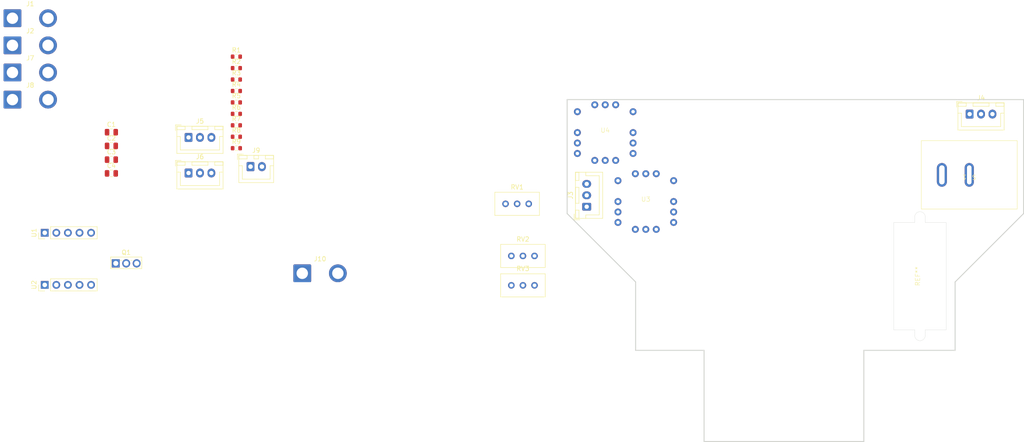
<source format=kicad_pcb>
(kicad_pcb (version 20221018) (generator pcbnew)
  (layers (0 "F.Cu" signal) (31 "B.Cu" signal) (34 "B.Paste" user) (35 "F.Paste" user) (36 "B.SilkS" user "B.Silkscreen") (37 "F.SilkS" user "F.Silkscreen") (38 "B.Mask" user) (39 "F.Mask" user) (44 "Edge.Cuts" user))
  (net 0 "")
  (net 1 "+5V")
  (net 2 "GND")
  (net 3 "+3V3")
  (net 4 "Net-(J1-Pin_1)")
  (net 5 "Net-(J3-Pin_2)")
  (net 6 "Net-(J5-Pin_2)")
  (net 7 "Net-(J9-Pin_1)")
  (net 8 "Net-(Q1-G)")
  (net 9 "Net-(Q1-S)")
  (net 10 "Net-(U3-Trim)")
  (net 11 "Net-(R1-Pad2)")
  (net 12 "Net-(R2-Pad2)")
  (net 13 "Net-(U4-Trim)")
  (net 14 "Motor_SIG")
  (net 15 "Net-(R5-Pad2)")
  (net 16 "Net-(U5-IN)")
  (net 17 "Net-(U1-Trim)")
  (net 18 "Net-(U2-Trim)")
  (net 20 "VDD")
  (footprint "Resistor_SMD:R_0603_1608Metric" (layer "F.Cu") (at 79.455 29.285)
    (fp_text reference "R2" (at 0 -1.43) (layer "F.SilkS"))
    (fp_text value "330")
    (fp_line (start -0.237258 -0.5225) (end 0.237258 -0.5225) (stroke (width 0.12)) (layer "F.SilkS"))
    (fp_line (start -0.237258 0.5225) (end 0.237258 0.5225) (stroke (width 0.12)) (layer "F.SilkS"))
    (pad "1" smd roundrect (at -0.825 0) (size 0.8 0.95) (layers "F.Cu" "F.Paste" "F.Mask") (net 11 "Net-(R1-Pad2)"))
    (pad "2" smd roundrect (at 0.825 0) (size 0.8 0.95) (layers "F.Cu" "F.Paste" "F.Mask") (net 12 "Net-(R2-Pad2)"))
  )
  (footprint "Potentiometer_THT:Potentiometer_Bourns_3296W_Vertical" (layer "F.Cu") (at 144.78 70.485)
    (fp_text reference "RV2" (at -2.54 -3.66) (layer "F.SilkS"))
    (fp_text value "R_Trim")
    (fp_line (start -7.425 -2.53) (end -7.425 2.54) (stroke (width 0.12)) (layer "F.SilkS"))
    (fp_line (start -7.425 -2.53) (end 2.345 -2.53) (stroke (width 0.12)) (layer "F.SilkS"))
    (fp_line (start -7.425 2.54) (end 2.345 2.54) (stroke (width 0.12)) (layer "F.SilkS"))
    (fp_line (start 2.345 -2.53) (end 2.345 2.54) (stroke (width 0.12)) (layer "F.SilkS"))
    (pad "1" thru_hole circle (at 0 0) (size 1.44 1.44) (drill 0.8) (layers "*.Cu" "*.Mask") (net 18 "Net-(U2-Trim)"))
    (pad "2" thru_hole circle (at -2.54 0) (size 1.44 1.44) (drill 0.8) (layers "*.Cu" "*.Mask") (net 18 "Net-(U2-Trim)"))
    (pad "3" thru_hole circle (at -5.08 0) (size 1.44 1.44) (drill 0.8) (layers "*.Cu" "*.Mask") (net 2 "GND"))
  )
  (footprint "Connector_Wire:SolderWire-2sqmm_1x02_P7.8mm_D2mm_OD3.9mm" (layer "F.Cu") (at 30.39 24.295)
    (fp_text reference "J2" (at 3.9 -3.15) (layer "F.SilkS"))
    (fp_text value "VOLTMETER")
    (pad "1" thru_hole roundrect (at 0 0) (size 3.9 3.9) (drill 2.5) (layers "*.Cu" "*.Mask") (roundrect_rratio 0.064103) (net 20 "VDD"))
    (pad "2" thru_hole circle (at 7.8 0) (size 3.9 3.9) (drill 2.5) (layers "*.Cu" "*.Mask") (net 2 "GND"))
  )
  (footprint "Resistor_SMD:R_0603_1608Metric" (layer "F.Cu") (at 79.455 44.345)
    (fp_text reference "R8" (at 0 -1.43) (layer "F.SilkS"))
    (fp_text value "1.2k")
    (fp_line (start -0.237258 -0.5225) (end 0.237258 -0.5225) (stroke (width 0.12)) (layer "F.SilkS"))
    (fp_line (start -0.237258 0.5225) (end 0.237258 0.5225) (stroke (width 0.12)) (layer "F.SilkS"))
    (pad "1" smd roundrect (at -0.825 0) (size 0.8 0.95) (layers "F.Cu" "F.Paste" "F.Mask") (net 3 "+3V3"))
    (pad "2" smd roundrect (at 0.825 0) (size 0.8 0.95) (layers "F.Cu" "F.Paste" "F.Mask") (net 2 "GND"))
  )
  (footprint "Connector_JST:JST_XH_B3B-XH-A_1x03_P2.50mm_Vertical" (layer "F.Cu") (at 68.975 52.295)
    (fp_text reference "J6" (at 2.5 -3.55) (layer "F.SilkS"))
    (fp_text value "STS3032")
    (fp_line (start -2.85 -2.75) (end -2.85 -1.5) (stroke (width 0.12)) (layer "F.SilkS"))
    (fp_line (start -2.56 -2.46) (end -2.56 3.51) (stroke (width 0.12)) (layer "F.SilkS"))
    (fp_line (start -2.56 3.51) (end 7.56 3.51) (stroke (width 0.12)) (layer "F.SilkS"))
    (fp_line (start -2.55 -2.45) (end -2.55 -1.7) (stroke (width 0.12)) (layer "F.SilkS"))
    (fp_line (start -2.55 -1.7) (end -0.75 -1.7) (stroke (width 0.12)) (layer "F.SilkS"))
    (fp_line (start -2.55 -0.2) (end -1.8 -0.2) (stroke (width 0.12)) (layer "F.SilkS"))
    (fp_line (start -1.8 -0.2) (end -1.8 2.75) (stroke (width 0.12)) (layer "F.SilkS"))
    (fp_line (start -1.8 2.75) (end 2.5 2.75) (stroke (width 0.12)) (layer "F.SilkS"))
    (fp_line (start -1.6 -2.75) (end -2.85 -2.75) (stroke (width 0.12)) (layer "F.SilkS"))
    (fp_line (start -0.75 -2.45) (end -2.55 -2.45) (stroke (width 0.12)) (layer "F.SilkS"))
    (fp_line (start -0.75 -1.7) (end -0.75 -2.45) (stroke (width 0.12)) (layer "F.SilkS"))
    (fp_line (start 0.75 -2.45) (end 0.75 -1.7) (stroke (width 0.12)) (layer "F.SilkS"))
    (fp_line (start 0.75 -1.7) (end 4.25 -1.7) (stroke (width 0.12)) (layer "F.SilkS"))
    (fp_line (start 4.25 -2.45) (end 0.75 -2.45) (stroke (width 0.12)) (layer "F.SilkS"))
    (fp_line (start 4.25 -1.7) (end 4.25 -2.45) (stroke (width 0.12)) (layer "F.SilkS"))
    (fp_line (start 5.75 -2.45) (end 5.75 -1.7) (stroke (width 0.12)) (layer "F.SilkS"))
    (fp_line (start 5.75 -1.7) (end 7.55 -1.7) (stroke (width 0.12)) (layer "F.SilkS"))
    (fp_line (start 6.8 -0.2) (end 6.8 2.75) (stroke (width 0.12)) (layer "F.SilkS"))
    (fp_line (start 6.8 2.75) (end 2.5 2.75) (stroke (width 0.12)) (layer "F.SilkS"))
    (fp_line (start 7.55 -2.45) (end 5.75 -2.45) (stroke (width 0.12)) (layer "F.SilkS"))
    (fp_line (start 7.55 -1.7) (end 7.55 -2.45) (stroke (width 0.12)) (layer "F.SilkS"))
    (fp_line (start 7.55 -0.2) (end 6.8 -0.2) (stroke (width 0.12)) (layer "F.SilkS"))
    (fp_line (start 7.56 -2.46) (end -2.56 -2.46) (stroke (width 0.12)) (layer "F.SilkS"))
    (fp_line (start 7.56 3.51) (end 7.56 -2.46) (stroke (width 0.12)) (layer "F.SilkS"))
    (pad "1" thru_hole roundrect (at 0 0) (size 1.7 1.95) (drill 0.95) (layers "*.Cu" "*.Mask") (roundrect_rratio 0.147059) (net 14 "Motor_SIG"))
    (pad "2" thru_hole oval (at 2.5 0) (size 1.7 1.95) (drill 0.95) (layers "*.Cu" "*.Mask") (net 6 "Net-(J5-Pin_2)"))
    (pad "3" thru_hole oval (at 5 0) (size 1.7 1.95) (drill 0.95) (layers "*.Cu" "*.Mask") (net 2 "GND"))
  )
  (footprint "Capacitor_SMD:C_0805_2012Metric" (layer "F.Cu") (at 52.07 46.355)
    (fp_text reference "C2" (at 0 -1.68) (layer "F.SilkS"))
    (fp_text value "10uF")
    (fp_line (start -0.261252 -0.735) (end 0.261252 -0.735) (stroke (width 0.12)) (layer "F.SilkS"))
    (fp_line (start -0.261252 0.735) (end 0.261252 0.735) (stroke (width 0.12)) (layer "F.SilkS"))
    (pad "1" smd roundrect (at -0.95 0) (size 1 1.45) (layers "F.Cu" "F.Paste" "F.Mask") (net 1 "+5V"))
    (pad "2" smd roundrect (at 0.95 0) (size 1 1.45) (layers "F.Cu" "F.Paste" "F.Mask") (net 2 "GND"))
  )
  (footprint "Capacitor_SMD:C_0805_2012Metric" (layer "F.Cu") (at 52.07 52.375)
    (fp_text reference "C4" (at 0 -1.68) (layer "F.SilkS"))
    (fp_text value "10uF")
    (fp_line (start -0.261252 -0.735) (end 0.261252 -0.735) (stroke (width 0.12)) (layer "F.SilkS"))
    (fp_line (start -0.261252 0.735) (end 0.261252 0.735) (stroke (width 0.12)) (layer "F.SilkS"))
    (pad "1" smd roundrect (at -0.95 0) (size 1 1.45) (layers "F.Cu" "F.Paste" "F.Mask") (net 3 "+3V3"))
    (pad "2" smd roundrect (at 0.95 0) (size 1 1.45) (layers "F.Cu" "F.Paste" "F.Mask") (net 2 "GND"))
  )
  (footprint "Resistor_SMD:R_0603_1608Metric" (layer "F.Cu") (at 79.455 39.325)
    (fp_text reference "R6" (at 0 -1.43) (layer "F.SilkS"))
    (fp_text value "680")
    (fp_line (start -0.237258 -0.5225) (end 0.237258 -0.5225) (stroke (width 0.12)) (layer "F.SilkS"))
    (fp_line (start -0.237258 0.5225) (end 0.237258 0.5225) (stroke (width 0.12)) (layer "F.SilkS"))
    (pad "1" smd roundrect (at -0.825 0) (size 0.8 0.95) (layers "F.Cu" "F.Paste" "F.Mask") (net 15 "Net-(R5-Pad2)"))
    (pad "2" smd roundrect (at 0.825 0) (size 0.8 0.95) (layers "F.Cu" "F.Paste" "F.Mask") (net 2 "GND"))
  )
  (footprint "Resistor_SMD:R_0603_1608Metric" (layer "F.Cu") (at 79.455 41.835)
    (fp_text reference "R7" (at 0 -1.43) (layer "F.SilkS"))
    (fp_text value "10k")
    (fp_line (start -0.237258 -0.5225) (end 0.237258 -0.5225) (stroke (width 0.12)) (layer "F.SilkS"))
    (fp_line (start -0.237258 0.5225) (end 0.237258 0.5225) (stroke (width 0.12)) (layer "F.SilkS"))
    (pad "1" smd roundrect (at -0.825 0) (size 0.8 0.95) (layers "F.Cu" "F.Paste" "F.Mask") (net 20 "VDD"))
    (pad "2" smd roundrect (at 0.825 0) (size 0.8 0.95) (layers "F.Cu" "F.Paste" "F.Mask") (net 16 "Net-(U5-IN)"))
  )
  (footprint "Connector_JST:JST_XH_B3B-XH-A_1x03_P2.50mm_Vertical" (layer "F.Cu") (at 68.975 44.495)
    (fp_text reference "J5" (at 2.5 -3.55) (layer "F.SilkS"))
    (fp_text value "STS3032")
    (fp_line (start -2.85 -2.75) (end -2.85 -1.5) (stroke (width 0.12)) (layer "F.SilkS"))
    (fp_line (start -2.56 -2.46) (end -2.56 3.51) (stroke (width 0.12)) (layer "F.SilkS"))
    (fp_line (start -2.56 3.51) (end 7.56 3.51) (stroke (width 0.12)) (layer "F.SilkS"))
    (fp_line (start -2.55 -2.45) (end -2.55 -1.7) (stroke (width 0.12)) (layer "F.SilkS"))
    (fp_line (start -2.55 -1.7) (end -0.75 -1.7) (stroke (width 0.12)) (layer "F.SilkS"))
    (fp_line (start -2.55 -0.2) (end -1.8 -0.2) (stroke (width 0.12)) (layer "F.SilkS"))
    (fp_line (start -1.8 -0.2) (end -1.8 2.75) (stroke (width 0.12)) (layer "F.SilkS"))
    (fp_line (start -1.8 2.75) (end 2.5 2.75) (stroke (width 0.12)) (layer "F.SilkS"))
    (fp_line (start -1.6 -2.75) (end -2.85 -2.75) (stroke (width 0.12)) (layer "F.SilkS"))
    (fp_line (start -0.75 -2.45) (end -2.55 -2.45) (stroke (width 0.12)) (layer "F.SilkS"))
    (fp_line (start -0.75 -1.7) (end -0.75 -2.45) (stroke (width 0.12)) (layer "F.SilkS"))
    (fp_line (start 0.75 -2.45) (end 0.75 -1.7) (stroke (width 0.12)) (layer "F.SilkS"))
    (fp_line (start 0.75 -1.7) (end 4.25 -1.7) (stroke (width 0.12)) (layer "F.SilkS"))
    (fp_line (start 4.25 -2.45) (end 0.75 -2.45) (stroke (width 0.12)) (layer "F.SilkS"))
    (fp_line (start 4.25 -1.7) (end 4.25 -2.45) (stroke (width 0.12)) (layer "F.SilkS"))
    (fp_line (start 5.75 -2.45) (end 5.75 -1.7) (stroke (width 0.12)) (layer "F.SilkS"))
    (fp_line (start 5.75 -1.7) (end 7.55 -1.7) (stroke (width 0.12)) (layer "F.SilkS"))
    (fp_line (start 6.8 -0.2) (end 6.8 2.75) (stroke (width 0.12)) (layer "F.SilkS"))
    (fp_line (start 6.8 2.75) (end 2.5 2.75) (stroke (width 0.12)) (layer "F.SilkS"))
    (fp_line (start 7.55 -2.45) (end 5.75 -2.45) (stroke (width 0.12)) (layer "F.SilkS"))
    (fp_line (start 7.55 -1.7) (end 7.55 -2.45) (stroke (width 0.12)) (layer "F.SilkS"))
    (fp_line (start 7.55 -0.2) (end 6.8 -0.2) (stroke (width 0.12)) (layer "F.SilkS"))
    (fp_line (start 7.56 -2.46) (end -2.56 -2.46) (stroke (width 0.12)) (layer "F.SilkS"))
    (fp_line (start 7.56 3.51) (end 7.56 -2.46) (stroke (width 0.12)) (layer "F.SilkS"))
    (pad "1" thru_hole roundrect (at 0 0) (size 1.7 1.95) (drill 0.95) (layers "*.Cu" "*.Mask") (roundrect_rratio 0.147059) (net 14 "Motor_SIG"))
    (pad "2" thru_hole oval (at 2.5 0) (size 1.7 1.95) (drill 0.95) (layers "*.Cu" "*.Mask") (net 6 "Net-(J5-Pin_2)"))
    (pad "3" thru_hole oval (at 5 0) (size 1.7 1.95) (drill 0.95) (layers "*.Cu" "*.Mask") (net 2 "GND"))
  )
  (footprint "Connector_PinHeader_2.54mm:PinHeader_1x05_P2.54mm_Vertical" (layer "F.Cu") (at 37.465 76.835 90)
    (fp_text reference "U2" (at 0 -2.33 90) (layer "F.SilkS"))
    (fp_text value "~")
    (fp_line (start -1.33 -1.33) (end 0 -1.33) (stroke (width 0.12)) (layer "F.SilkS"))
    (fp_line (start -1.33 0) (end -1.33 -1.33) (stroke (width 0.12)) (layer "F.SilkS"))
    (fp_line (start -1.33 1.27) (end -1.33 11.49) (stroke (width 0.12)) (layer "F.SilkS"))
    (fp_line (start -1.33 1.27) (end 1.33 1.27) (stroke (width 0.12)) (layer "F.SilkS"))
    (fp_line (start -1.33 11.49) (end 1.33 11.49) (stroke (width 0.12)) (layer "F.SilkS"))
    (fp_line (start 1.33 1.27) (end 1.33 11.49) (stroke (width 0.12)) (layer "F.SilkS"))
    (pad "1" thru_hole rect (at 0 0 90) (size 1.7 1.7) (drill 1) (layers "*.Cu" "*.Mask") (net 20 "VDD"))
    (pad "2" thru_hole oval (at 0 2.54 90) (size 1.7 1.7) (drill 1) (layers "*.Cu" "*.Mask") (net 6 "Net-(J5-Pin_2)"))
    (pad "3" thru_hole oval (at 0 5.08 90) (size 1.7 1.7) (drill 1) (layers "*.Cu" "*.Mask") (net 2 "GND"))
    (pad "4" thru_hole oval (at 0 7.62 90) (size 1.7 1.7) (drill 1) (layers "*.Cu" "*.Mask"))
    (pad "5" thru_hole oval (at 0 10.16 90) (size 1.7 1.7) (drill 1) (layers "*.Cu" "*.Mask") (net 18 "Net-(U2-Trim)"))
  )
  (footprint "Capacitor_SMD:C_0805_2012Metric" (layer "F.Cu") (at 52.07 49.365)
    (fp_text reference "C3" (at 0 -1.68) (layer "F.SilkS"))
    (fp_text value "22uF")
    (fp_line (start -0.261252 -0.735) (end 0.261252 -0.735) (stroke (width 0.12)) (layer "F.SilkS"))
    (fp_line (start -0.261252 0.735) (end 0.261252 0.735) (stroke (width 0.12)) (layer "F.SilkS"))
    (pad "1" smd roundrect (at -0.95 0) (size 1 1.45) (layers "F.Cu" "F.Paste" "F.Mask") (net 20 "VDD"))
    (pad "2" smd roundrect (at 0.95 0) (size 1 1.45) (layers "F.Cu" "F.Paste" "F.Mask") (net 2 "GND"))
  )
  (footprint "Resistor_SMD:R_0603_1608Metric" (layer "F.Cu") (at 79.455 26.775)
    (fp_text reference "R1" (at 0 -1.43) (layer "F.SilkS"))
    (fp_text value "1k")
    (fp_line (start -0.237258 -0.5225) (end 0.237258 -0.5225) (stroke (width 0.12)) (layer "F.SilkS"))
    (fp_line (start -0.237258 0.5225) (end 0.237258 0.5225) (stroke (width 0.12)) (layer "F.SilkS"))
    (pad "1" smd roundrect (at -0.825 0) (size 0.8 0.95) (layers "F.Cu" "F.Paste" "F.Mask") (net 10 "Net-(U3-Trim)"))
    (pad "2" smd roundrect (at 0.825 0) (size 0.8 0.95) (layers "F.Cu" "F.Paste" "F.Mask") (net 11 "Net-(R1-Pad2)"))
  )
  (footprint "Potentiometer_THT:Potentiometer_Bourns_3296W_Vertical" (layer "F.Cu") (at 144.78 76.935)
    (fp_text reference "RV3" (at -2.54 -3.66) (layer "F.SilkS"))
    (fp_text value "R_Trim")
    (fp_line (start -7.425 -2.53) (end -7.425 2.54) (stroke (width 0.12)) (layer "F.SilkS"))
    (fp_line (start -7.425 -2.53) (end 2.345 -2.53) (stroke (width 0.12)) (layer "F.SilkS"))
    (fp_line (start -7.425 2.54) (end 2.345 2.54) (stroke (width 0.12)) (layer "F.SilkS"))
    (fp_line (start 2.345 -2.53) (end 2.345 2.54) (stroke (width 0.12)) (layer "F.SilkS"))
    (pad "1" thru_hole circle (at 0 0) (size 1.44 1.44) (drill 0.8) (layers "*.Cu" "*.Mask") (net 16 "Net-(U5-IN)"))
    (pad "2" thru_hole circle (at -2.54 0) (size 1.44 1.44) (drill 0.8) (layers "*.Cu" "*.Mask") (net 16 "Net-(U5-IN)"))
    (pad "3" thru_hole circle (at -5.08 0) (size 1.44 1.44) (drill 0.8) (layers "*.Cu" "*.Mask") (net 2 "GND"))
  )
  (footprint "Connector_Wire:SolderWire-2sqmm_1x02_P7.8mm_D2mm_OD3.9mm" (layer "F.Cu") (at 30.39 36.195)
    (fp_text reference "J8" (at 3.9 -3.15) (layer "F.SilkS"))
    (fp_text value "3V3 ToBottom")
    (pad "1" thru_hole roundrect (at 0 0) (size 3.9 3.9) (drill 2.5) (layers "*.Cu" "*.Mask") (roundrect_rratio 0.064103) (net 3 "+3V3"))
    (pad "2" thru_hole circle (at 7.8 0) (size 3.9 3.9) (drill 2.5) (layers "*.Cu" "*.Mask") (net 2 "GND"))
  )
  (footprint "Connector_Wire:SolderWire-2sqmm_1x02_P7.8mm_D2mm_OD3.9mm" (layer "F.Cu") (at 30.39 18.345)
    (fp_text reference "J1" (at 3.9 -3.15) (layer "F.SilkS"))
    (fp_text value "Battery")
    (pad "1" thru_hole roundrect (at 0 0) (size 3.9 3.9) (drill 2.5) (layers "*.Cu" "*.Mask") (roundrect_rratio 0.064103) (net 4 "Net-(J1-Pin_1)"))
    (pad "2" thru_hole circle (at 7.8 0) (size 3.9 3.9) (drill 2.5) (layers "*.Cu" "*.Mask") (net 2 "GND"))
  )
  (footprint "Akiduki:OKL-T6-W12N-C" (layer "F.Cu") (at 160.27 43.43)
    (fp_text reference "U4" (at 0 -0.5 unlocked) (layer "F.SilkS") (effects (font (thickness 0.1))))
    (fp_text value "~")
    (pad "1" thru_hole circle (at -6.1 0) (size 1.524 1.524) (drill 0.762) (layers "*.Cu" "*.Mask") (net 2 "GND"))
    (pad "2" thru_hole circle (at -6.1 -4.58) (size 1.524 1.524) (drill 0.762) (layers "*.Cu" "*.Mask") (net 20 "VDD"))
    (pad "2" thru_hole circle (at -2.29 -6.1) (size 1.524 1.524) (drill 0.762) (layers "*.Cu" "*.Mask") (net 20 "VDD"))
    (pad "3" thru_hole circle (at 0 -6.1) (size 1.524 1.524) (drill 0.762) (layers "*.Cu" "*.Mask") (net 2 "GND"))
    (pad "3" thru_hole circle (at 2.29 -6.1) (size 1.524 1.524) (drill 0.762) (layers "*.Cu" "*.Mask") (net 2 "GND"))
    (pad "4" thru_hole circle (at 6.1 -4.58) (size 1.524 1.524) (drill 0.762) (layers "*.Cu" "*.Mask") (net 3 "+3V3"))
    (pad "5" thru_hole circle (at 6.1 0) (size 1.524 1.524) (drill 0.762) (layers "*.Cu" "*.Mask") (net 3 "+3V3"))
    (pad "6" thru_hole circle (at 6.1 4.58) (size 1.524 1.524) (drill 0.762) (layers "*.Cu" "*.Mask") (net 13 "Net-(U4-Trim)"))
    (pad "7" thru_hole circle (at 0 6.1) (size 1.524 1.524) (drill 0.762) (layers "*.Cu" "*.Mask") (net 2 "GND"))
    (pad "8" thru_hole circle (at -2.29 6.1) (size 1.524 1.524) (drill 0.762) (layers "*.Cu" "*.Mask"))
    (pad "9" thru_hole circle (at -6.1 4.58) (size 1.524 1.524) (drill 0.762) (layers "*.Cu" "*.Mask"))
    (pad "10" thru_hole circle (at -6.1 2.29) (size 1.524 1.524) (drill 0.762) (layers "*.Cu" "*.Mask"))
    (pad "11" thru_hole circle (at 6.1 2.29) (size 1.524 1.524) (drill 0.762) (layers "*.Cu" "*.Mask"))
    (pad "12" thru_hole circle (at 2.29 6.1) (size 1.524 1.524) (drill 0.762) (layers "*.Cu" "*.Mask"))
  )
  (footprint "Connector_JST:JST_XH_B3B-XH-A_1x03_P2.50mm_Vertical" (layer "F.Cu") (at 240.11 39.37)
    (fp_text reference "J4" (at 2.5 -3.55) (layer "F.SilkS"))
    (fp_text value "STS3032")
    (fp_line (start -2.85 -2.75) (end -2.85 -1.5) (stroke (width 0.12)) (layer "F.SilkS"))
    (fp_line (start -2.56 -2.46) (end -2.56 3.51) (stroke (width 0.12)) (layer "F.SilkS"))
    (fp_line (start -2.56 3.51) (end 7.56 3.51) (stroke (width 0.12)) (layer "F.SilkS"))
    (fp_line (start -2.55 -2.45) (end -2.55 -1.7) (stroke (width 0.12)) (layer "F.SilkS"))
    (fp_line (start -2.55 -1.7) (end -0.75 -1.7) (stroke (width 0.12)) (layer "F.SilkS"))
    (fp_line (start -2.55 -0.2) (end -1.8 -0.2) (stroke (width 0.12)) (layer "F.SilkS"))
    (fp_line (start -1.8 -0.2) (end -1.8 2.75) (stroke (width 0.12)) (layer "F.SilkS"))
    (fp_line (start -1.8 2.75) (end 2.5 2.75) (stroke (width 0.12)) (layer "F.SilkS"))
    (fp_line (start -1.6 -2.75) (end -2.85 -2.75) (stroke (width 0.12)) (layer "F.SilkS"))
    (fp_line (start -0.75 -2.45) (end -2.55 -2.45) (stroke (width 0.12)) (layer "F.SilkS"))
    (fp_line (start -0.75 -1.7) (end -0.75 -2.45) (stroke (width 0.12)) (layer "F.SilkS"))
    (fp_line (start 0.75 -2.45) (end 0.75 -1.7) (stroke (width 0.12)) (layer "F.SilkS"))
    (fp_line (start 0.75 -1.7) (end 4.25 -1.7) (stroke (width 0.12)) (layer "F.SilkS"))
    (fp_line (start 4.25 -2.45) (end 0.75 -2.45) (stroke (width 0.12)) (layer "F.SilkS"))
    (fp_line (start 4.25 -1.7) (end 4.25 -2.45) (stroke (width 0.12)) (layer "F.SilkS"))
    (fp_line (start 5.75 -2.45) (end 5.75 -1.7) (stroke (width 0.12)) (layer "F.SilkS"))
    (fp_line (start 5.75 -1.7) (end 7.55 -1.7) (stroke (width 0.12)) (layer "F.SilkS"))
    (fp_line (start 6.8 -0.2) (end 6.8 2.75) (stroke (width 0.12)) (layer "F.SilkS"))
    (fp_line (start 6.8 2.75) (end 2.5 2.75) (stroke (width 0.12)) (layer "F.SilkS"))
    (fp_line (start 7.55 -2.45) (end 5.75 -2.45) (stroke (width 0.12)) (layer "F.SilkS"))
    (fp_line (start 7.55 -1.7) (end 7.55 -2.45) (stroke (width 0.12)) (layer "F.SilkS"))
    (fp_line (start 7.55 -0.2) (end 6.8 -0.2) (stroke (width 0.12)) (layer "F.SilkS"))
    (fp_line (start 7.56 -2.46) (end -2.56 -2.46) (stroke (width 0.12)) (layer "F.SilkS"))
    (fp_line (start 7.56 3.51) (end 7.56 -2.46) (stroke (width 0.12)) (layer "F.SilkS"))
    (pad "1" thru_hole roundrect (at 0 0) (size 1.7 1.95) (drill 0.95) (layers "*.Cu" "*.Mask") (roundrect_rratio 0.147059) (net 14 "Motor_SIG"))
    (pad "2" thru_hole oval (at 2.5 0) (size 1.7 1.95) (drill 0.95) (layers "*.Cu" "*.Mask") (net 5 "Net-(J3-Pin_2)"))
    (pad "3" thru_hole oval (at 5 0) (size 1.7 1.95) (drill 0.95) (layers "*.Cu" "*.Mask") (net 2 "GND"))
  )
  (footprint "Resistor_SMD:R_0603_1608Metric" (layer "F.Cu") (at 79.455 46.855)
    (fp_text reference "R9" (at 0 -1.43) (layer "F.SilkS"))
    (fp_text value "10k")
    (fp_line (start -0.237258 -0.5225) (end 0.237258 -0.5225) (stroke (width 0.12)) (layer "F.SilkS"))
    (fp_line (start -0.237258 0.5225) (end 0.237258 0.5225) (stroke (width 0.12)) (layer "F.SilkS"))
    (pad "1" smd roundrect (at -0.825 0) (size 0.8 0.95) (layers "F.Cu" "F.Paste" "F.Mask") (net 9 "Net-(Q1-S)"))
    (pad "2" smd roundrect (at 0.825 0) (size 0.8 0.95) (layers "F.Cu" "F.Paste" "F.Mask") (net 8 "Net-(Q1-G)"))
  )
  (footprint "Capacitor_SMD:C_0805_2012Metric" (layer "F.Cu") (at 52.07 43.345)
    (fp_text reference "C1" (at 0 -1.68) (layer "F.SilkS"))
    (fp_text value "22uF")
    (fp_line (start -0.261252 -0.735) (end 0.261252 -0.735) (stroke (width 0.12)) (layer "F.SilkS"))
    (fp_line (start -0.261252 0.735) (end 0.261252 0.735) (stroke (width 0.12)) (layer "F.SilkS"))
    (pad "1" smd roundrect (at -0.95 0) (size 1 1.45) (layers "F.Cu" "F.Paste" "F.Mask") (net 20 "VDD"))
    (pad "2" smd roundrect (at 0.95 0) (size 1 1.45) (layers "F.Cu" "F.Paste" "F.Mask") (net 2 "GND"))
  )
  (footprint "Connector_PinHeader_2.54mm:PinHeader_1x05_P2.54mm_Vertical" (layer "F.Cu") (at 37.465 65.405 90)
    (fp_text reference "U1" (at 0 -2.33 90) (layer "F.SilkS"))
    (fp_text value "~")
    (fp_line (start -1.33 -1.33) (end 0 -1.33) (stroke (width 0.12)) (layer "F.SilkS"))
    (fp_line (start -1.33 0) (end -1.33 -1.33) (stroke (width 0.12)) (layer "F.SilkS"))
    (fp_line (start -1.33 1.27) (end -1.33 11.49) (stroke (width 0.12)) (layer "F.SilkS"))
    (fp_line (start -1.33 1.27) (end 1.33 1.27) (stroke (width 0.12)) (layer "F.SilkS"))
    (fp_line (start -1.33 11.49) (end 1.33 11.49) (stroke (width 0.12)) (layer "F.SilkS"))
    (fp_line (start 1.33 1.27) (end 1.33 11.49) (stroke (width 0.12)) (layer "F.SilkS"))
    (pad "1" thru_hole rect (at 0 0 90) (size 1.7 1.7) (drill 1) (layers "*.Cu" "*.Mask") (net 20 "VDD"))
    (pad "2" thru_hole oval (at 0 2.54 90) (size 1.7 1.7) (drill 1) (layers "*.Cu" "*.Mask") (net 5 "Net-(J3-Pin_2)"))
    (pad "3" thru_hole oval (at 0 5.08 90) (size 1.7 1.7) (drill 1) (layers "*.Cu" "*.Mask") (net 2 "GND"))
    (pad "4" thru_hole oval (at 0 7.62 90) (size 1.7 1.7) (drill 1) (layers "*.Cu" "*.Mask"))
    (pad "5" thru_hole oval (at 0 10.16 90) (size 1.7 1.7) (drill 1) (layers "*.Cu" "*.Mask") (net 17 "Net-(U1-Trim)"))
  )
  (footprint "Akiduki:OKL-T6-W12N-C" (layer "F.Cu") (at 169.16 58.555)
    (fp_text reference "U3" (at 0 -0.5 unlocked) (layer "F.SilkS") (effects (font (thickness 0.1))))
    (fp_text value "~")
    (pad "1" thru_hole circle (at -6.1 0) (size 1.524 1.524) (drill 0.762) (layers "*.Cu" "*.Mask") (net 2 "GND"))
    (pad "2" thru_hole circle (at -6.1 -4.58) (size 1.524 1.524) (drill 0.762) (layers "*.Cu" "*.Mask") (net 20 "VDD"))
    (pad "2" thru_hole circle (at -2.29 -6.1) (size 1.524 1.524) (drill 0.762) (layers "*.Cu" "*.Mask") (net 20 "VDD"))
    (pad "3" thru_hole circle (at 0 -6.1) (size 1.524 1.524) (drill 0.762) (layers "*.Cu" "*.Mask") (net 2 "GND"))
    (pad "3" thru_hole circle (at 2.29 -6.1) (size 1.524 1.524) (drill 0.762) (layers "*.Cu" "*.Mask") (net 2 "GND"))
    (pad "4" thru_hole circle (at 6.1 -4.58) (size 1.524 1.524) (drill 0.762) (layers "*.Cu" "*.Mask") (net 1 "+5V"))
    (pad "5" thru_hole circle (at 6.1 0) (size 1.524 1.524) (drill 0.762) (layers "*.Cu" "*.Mask") (net 1 "+5V"))
    (pad "6" thru_hole circle (at 6.1 4.58) (size 1.524 1.524) (drill 0.762) (layers "*.Cu" "*.Mask") (net 10 "Net-(U3-Trim)"))
    (pad "7" thru_hole circle (at 0 6.1) (size 1.524 1.524) (drill 0.762) (layers "*.Cu" "*.Mask") (net 2 "GND"))
    (pad "8" thru_hole circle (at -2.29 6.1) (size 1.524 1.524) (drill 0.762) (layers "*.Cu" "*.Mask"))
    (pad "9" thru_hole circle (at -6.1 4.58) (size 1.524 1.524) (drill 0.762) (layers "*.Cu" "*.Mask"))
    (pad "10" thru_hole circle (at -6.1 2.29) (size 1.524 1.524) (drill 0.762) (layers "*.Cu" "*.Mask"))
    (pad "11" thru_hole circle (at 6.1 2.29) (size 1.524 1.524) (drill 0.762) (layers "*.Cu" "*.Mask"))
    (pad "12" thru_hole circle (at 2.29 6.1) (size 1.524 1.524) (drill 0.762) (layers "*.Cu" "*.Mask"))
  )
  (footprint "Akiduki:DS-850K-S-ON" (layer "F.Cu") (at 240.03 52.705 180)
    (fp_text reference "SW1" (at 0 -0.5 180 unlocked) (layer "F.SilkS") (effects (font (thickness 0.1))))
    (fp_text value "SW_SPST")
    (fp_rect (start -10.5 -7.5) (end 10.5 7.5) (stroke (width 0.1)) (fill none) (layer "F.SilkS"))
    (pad "1" thru_hole oval (at 0 0 180) (size 2 5.2) (drill oval 1 4.2) (layers "*.Cu" "*.Mask") (net 2 "GND"))
    (pad "2" thru_hole oval (at 6 0 180) (size 2.2 5.2) (drill oval 1.2 4.2) (layers "*.Cu" "*.Mask") (net 8 "Net-(Q1-G)"))
  )
  (footprint "Connector_Wire:SolderWire-2sqmm_1x02_P7.8mm_D2mm_OD3.9mm" (layer "F.Cu") (at 93.89 74.295)
    (fp_text reference "J10" (at 3.9 -3.15) (layer "F.SilkS"))
    (fp_text value "5V ToMAIN")
    (pad "1" thru_hole roundrect (at 0 0) (size 3.9 3.9) (drill 2.5) (layers "*.Cu" "*.Mask") (roundrect_rratio 0.064103) (net 1 "+5V"))
    (pad "2" thru_hole circle (at 7.8 0) (size 3.9 3.9) (drill 2.5) (layers "*.Cu" "*.Mask") (net 2 "GND"))
  )
  (footprint "Resistor_SMD:R_0603_1608Metric" (layer "F.Cu") (at 79.455 31.795)
    (fp_text reference "R3" (at 0 -1.43) (layer "F.SilkS"))
    (fp_text value "10")
    (fp_line (start -0.237258 -0.5225) (end 0.237258 -0.5225) (stroke (width 0.12)) (layer "F.SilkS"))
    (fp_line (start -0.237258 0.5225) (end 0.237258 0.5225) (stroke (width 0.12)) (layer "F.SilkS"))
    (pad "1" smd roundrect (at -0.825 0) (size 0.8 0.95) (layers "F.Cu" "F.Paste" "F.Mask") (net 12 "Net-(R2-Pad2)"))
    (pad "2" smd roundrect (at 0.825 0) (size 0.8 0.95) (layers "F.Cu" "F.Paste" "F.Mask") (net 2 "GND"))
  )
  (footprint "Resistor_SMD:R_0603_1608Metric" (layer "F.Cu") (at 79.455 34.305)
    (fp_text reference "R4" (at 0 -1.43) (layer "F.SilkS"))
    (fp_text value "1.2k")
    (fp_line (start -0.237258 -0.5225) (end 0.237258 -0.5225) (stroke (width 0.12)) (layer "F.SilkS"))
    (fp_line (start -0.237258 0.5225) (end 0.237258 0.5225) (stroke (width 0.12)) (layer "F.SilkS"))
    (pad "1" smd roundrect (at -0.825 0) (size 0.8 0.95) (layers "F.Cu" "F.Paste" "F.Mask") (net 1 "+5V"))
    (pad "2" smd roundrect (at 0.825 0) (size 0.8 0.95) (layers "F.Cu" "F.Paste" "F.Mask") (net 2 "GND"))
  )
  (footprint "Connector_Wire:SolderWire-2sqmm_1x02_P7.8mm_D2mm_OD3.9mm" (layer "F.Cu") (at 30.39 30.245)
    (fp_text reference "J7" (at 3.9 -3.15) (layer "F.SilkS"))
    (fp_text value "5V ToBottom")
    (pad "1" thru_hole roundrect (at 0 0) (size 3.9 3.9) (drill 2.5) (layers "*.Cu" "*.Mask") (roundrect_rratio 0.064103) (net 1 "+5V"))
    (pad "2" thru_hole circle (at 7.8 0) (size 3.9 3.9) (drill 2.5) (layers "*.Cu" "*.Mask") (net 2 "GND"))
  )
  (footprint "Connector_JST:JST_XH_B2B-XH-A_1x02_P2.50mm_Vertical" (layer "F.Cu") (at 82.55 50.895)
    (fp_text reference "J9" (at 1.25 -3.55) (layer "F.SilkS"))
    (fp_text value "Bottom_XH")
    (fp_line (start -2.85 -2.75) (end -2.85 -1.5) (stroke (width 0.12)) (layer "F.SilkS"))
    (fp_line (start -2.56 -2.46) (end -2.56 3.51) (stroke (width 0.12)) (layer "F.SilkS"))
    (fp_line (start -2.56 3.51) (end 5.06 3.51) (stroke (width 0.12)) (layer "F.SilkS"))
    (fp_line (start -2.55 -2.45) (end -2.55 -1.7) (stroke (width 0.12)) (layer "F.SilkS"))
    (fp_line (start -2.55 -1.7) (end -0.75 -1.7) (stroke (width 0.12)) (layer "F.SilkS"))
    (fp_line (start -2.55 -0.2) (end -1.8 -0.2) (stroke (width 0.12)) (layer "F.SilkS"))
    (fp_line (start -1.8 -0.2) (end -1.8 2.75) (stroke (width 0.12)) (layer "F.SilkS"))
    (fp_line (start -1.8 2.75) (end 1.25 2.75) (stroke (width 0.12)) (layer "F.SilkS"))
    (fp_line (start -1.6 -2.75) (end -2.85 -2.75) (stroke (width 0.12)) (layer "F.SilkS"))
    (fp_line (start -0.75 -2.45) (end -2.55 -2.45) (stroke (width 0.12)) (layer "F.SilkS"))
    (fp_line (start -0.75 -1.7) (end -0.75 -2.45) (stroke (width 0.12)) (layer "F.SilkS"))
    (fp_line (start 0.75 -2.45) (end 0.75 -1.7) (stroke (width 0.12)) (layer "F.SilkS"))
    (fp_line (start 0.75 -1.7) (end 1.75 -1.7) (stroke (width 0.12)) (layer "F.SilkS"))
    (fp_line (start 1.75 -2.45) (end 0.75 -2.45) (stroke (width 0.12)) (layer "F.SilkS"))
    (fp_line (start 1.75 -1.7) (end 1.75 -2.45) (stroke (width 0.12)) (layer "F.SilkS"))
    (fp_line (start 3.25 -2.45) (end 3.25 -1.7) (stroke (width 0.12)) (layer "F.SilkS"))
    (fp_line (start 3.25 -1.7) (end 5.05 -1.7) (stroke (width 0.12)) (layer "F.SilkS"))
    (fp_line (start 4.3 -0.2) (end 4.3 2.75) (stroke (width 0.12)) (layer "F.SilkS"))
    (fp_line (start 4.3 2.75) (end 1.25 2.75) (stroke (width 0.12)) (layer "F.SilkS"))
    (fp_line (start 5.05 -2.45) (end 3.25 -2.45) (stroke (width 0.12)) (layer "F.SilkS"))
    (fp_line (start 5.05 -1.7) (end 5.05 -2.45) (stroke (width 0.12)) (layer "F.SilkS"))
    (fp_line (start 5.05 -0.2) (end 4.3 -0.2) (stroke (width 0.12)) (layer "F.SilkS"))
    (fp_line (start 5.06 -2.46) (end -2.56 -2.46) (stroke (width 0.12)) (layer "F.SilkS"))
    (fp_line (start 5.06 3.51) (end 5.06 -2.46) (stroke (width 0.12)) (layer "F.SilkS"))
    (pad "1" thru_hole roundrect (at 0 0) (size 1.7 2) (drill 1) (layers "*.Cu" "*.Mask") (roundrect_rratio 0.147059) (net 7 "Net-(J9-Pin_1)"))
    (pad "2" thru_hole oval (at 2.5 0) (size 1.7 2) (drill 1) (layers "*.Cu" "*.Mask") (net 14 "Motor_SIG"))
  )
  (footprint "Package_TO_SOT_THT:TO-251-3_Vertical" (layer "F.Cu") (at 53.025 72.115)
    (fp_text reference "Q1" (at 2.29 -2.39) (layer "F.SilkS"))
    (fp_text value "Q_PMOS_GDS")
    (fp_line (start -1.12 -1.39) (end -1.12 1.15) (stroke (width 0.12)) (layer "F.SilkS"))
    (fp_line (start -1.12 -1.39) (end 5.7 -1.39) (stroke (width 0.12)) (layer "F.SilkS"))
    (fp_line (start -1.12 -0.651) (end -1.009 -0.651) (stroke (width 0.12)) (layer "F.SilkS"))
    (fp_line (start -1.12 1.15) (end 5.7 1.15) (stroke (width 0.12)) (layer "F.SilkS"))
    (fp_line (start 1.009 -0.651) (end 1.282 -0.651) (stroke (width 0.12)) (layer "F.SilkS"))
    (fp_line (start 3.299 -0.651) (end 3.572 -0.651) (stroke (width 0.12)) (layer "F.SilkS"))
    (fp_line (start 5.589 -0.651) (end 5.7 -0.651) (stroke (width 0.12)) (layer "F.SilkS"))
    (fp_line (start 5.7 -1.39) (end 5.7 1.15) (stroke (width 0.12)) (layer "F.SilkS"))
    (pad "1" thru_hole rect (at 0 0) (size 1.7175 1.8) (drill 1.1) (layers "*.Cu" "*.Mask") (net 8 "Net-(Q1-G)"))
    (pad "2" thru_hole oval (at 2.29 0) (size 1.7175 1.8) (drill 1.1) (layers "*.Cu" "*.Mask") (net 20 "VDD"))
    (pad "3" thru_hole oval (at 4.58 0) (size 1.7175 1.8) (drill 1.1) (layers "*.Cu" "*.Mask") (net 9 "Net-(Q1-S)"))
  )
  (footprint "Akiduki:Voltmeter" (layer "F.Cu") (at 229.235 74.93 90)
    (fp_text reference "REF**" (at 0 -0.5 90 unlocked) (layer "F.SilkS") (effects (font (thickness 0.1))))
    (fp_text value "voltmeter")
    (fp_line (start -13 -1.15) (end -11.75 -1.15) (stroke (width 0.05)) (layer "Edge.Cuts"))
    (fp_line (start -11.75 -5.75) (end 11.75 -5.75) (stroke (width 0.05)) (layer "Edge.Cuts"))
    (fp_line (start -11.75 -1.15) (end -11.75 -5.75) (stroke (width 0.05)) (layer "Edge.Cuts"))
    (fp_line (start -11.75 1.15) (end -13 1.15) (stroke (width 0.05)) (layer "Edge.Cuts"))
    (fp_line (start -11.75 5.75) (end -11.75 1.15) (stroke (width 0.05)) (layer "Edge.Cuts"))
    (fp_line (start 11.75 -5.75) (end 11.75 -1.15) (stroke (width 0.05)) (layer "Edge.Cuts"))
    (fp_line (start 11.75 -1.15) (end 13 -1.15) (stroke (width 0.05)) (layer "Edge.Cuts"))
    (fp_line (start 11.75 1.15) (end 11.75 5.75) (stroke (width 0.05)) (layer "Edge.Cuts"))
    (fp_line (start 11.75 5.75) (end -11.75 5.75) (stroke (width 0.05)) (layer "Edge.Cuts"))
    (fp_line (start 13 1.15) (end 11.75 1.15) (stroke (width 0.05)) (layer "Edge.Cuts"))
    (fp_arc (start -13 1.15) (mid -14.15 0) (end -13 -1.15) (stroke (width 0.05)) (layer "Edge.Cuts"))
    (fp_arc (start 13 -1.15) (mid 14.15 0) (end 13 1.15) (stroke (width 0.05)) (layer "Edge.Cuts"))
  )
  (footprint "Potentiometer_THT:Potentiometer_Bourns_3296W_Vertical" (layer "F.Cu") (at 143.51 59.055)
    (fp_text reference "RV1" (at -2.54 -3.66) (layer "F.SilkS"))
    (fp_text value "R_Trim")
    (fp_line (start -7.425 -2.53) (end -7.425 2.54) (stroke (width 0.12)) (layer "F.SilkS"))
    (fp_line (start -7.425 -2.53) (end 2.345 -2.53) (stroke (width 0.12)) (layer "F.SilkS"))
    (fp_line (start -7.425 2.54) (end 2.345 2.54) (stroke (width 0.12)) (layer "F.SilkS"))
    (fp_line (start 2.345 -2.53) (end 2.345 2.54) (stroke (width 0.12)) (layer "F.SilkS"))
    (pad "1" thru_hole circle (at 0 0) (size 1.44 1.44) (drill 0.8) (layers "*.Cu" "*.Mask") (net 17 "Net-(U1-Trim)"))
    (pad "2" thru_hole circle (at -2.54 0) (size 1.44 1.44) (drill 0.8) (layers "*.Cu" "*.Mask") (net 17 "Net-(U1-Trim)"))
    (pad "3" thru_hole circle (at -5.08 0) (size 1.44 1.44) (drill 0.8) (layers "*.Cu" "*.Mask") (net 2 "GND"))
  )
  (footprint "Connector_JST:JST_XH_B3B-XH-A_1x03_P2.50mm_Vertical" (layer "F.Cu") (at 156.21 59.69 90)
    (fp_text reference "J3" (at 2.5 -3.55 90) (layer "F.SilkS"))
    (fp_text value "STS3032")
    (fp_line (start -2.85 -2.75) (end -2.85 -1.5) (stroke (width 0.12)) (layer "F.SilkS"))
    (fp_line (start -2.56 -2.46) (end -2.56 3.51) (stroke (width 0.12)) (layer "F.SilkS"))
    (fp_line (start -2.56 3.51) (end 7.56 3.51) (stroke (width 0.12)) (layer "F.SilkS"))
    (fp_line (start -2.55 -2.45) (end -2.55 -1.7) (stroke (width 0.12)) (layer "F.SilkS"))
    (fp_line (start -2.55 -1.7) (end -0.75 -1.7) (stroke (width 0.12)) (layer "F.SilkS"))
    (fp_line (start -2.55 -0.2) (end -1.8 -0.2) (stroke (width 0.12)) (layer "F.SilkS"))
    (fp_line (start -1.8 -0.2) (end -1.8 2.75) (stroke (width 0.12)) (layer "F.SilkS"))
    (fp_line (start -1.8 2.75) (end 2.5 2.75) (stroke (width 0.12)) (layer "F.SilkS"))
    (fp_line (start -1.6 -2.75) (end -2.85 -2.75) (stroke (width 0.12)) (layer "F.SilkS"))
    (fp_line (start -0.75 -2.45) (end -2.55 -2.45) (stroke (width 0.12)) (layer "F.SilkS"))
    (fp_line (start -0.75 -1.7) (end -0.75 -2.45) (stroke (width 0.12)) (layer "F.SilkS"))
    (fp_line (start 0.75 -2.45) (end 0.75 -1.7) (stroke (width 0.12)) (layer "F.SilkS"))
    (fp_line (start 0.75 -1.7) (end 4.25 -1.7) (stroke (width 0.12)) (layer "F.SilkS"))
    (fp_line (start 4.25 -2.45) (end 0.75 -2.45) (stroke (width 0.12)) (layer "F.SilkS"))
    (fp_line (start 4.25 -1.7) (end 4.25 -2.45) (stroke (width 0.12)) (layer "F.SilkS"))
    (fp_line (start 5.75 -2.45) (end 5.75 -1.7) (stroke (width 0.12)) (layer "F.SilkS"))
    (fp_line (start 5.75 -1.7) (end 7.55 -1.7) (stroke (width 0.12)) (layer "F.SilkS"))
    (fp_line (start 6.8 -0.2) (end 6.8 2.75) (stroke (width 0.12)) (layer "F.SilkS"))
    (fp_line (start 6.8 2.75) (end 2.5 2.75) (stroke (width 0.12)) (layer "F.SilkS"))
    (fp_line (start 7.55 -2.45) (end 5.75 -2.45) (stroke (width 0.12)) (layer "F.SilkS"))
    (fp_line (start 7.55 -1.7) (end 7.55 -2.45) (stroke (width 0.12)) (layer "F.SilkS"))
    (fp_line (start 7.55 -0.2) (end 6.8 -0.2) (stroke (width 0.12)) (layer "F.SilkS"))
    (fp_line (start 7.56 -2.46) (end -2.56 -2.46) (stroke (width 0.12)) (layer "F.SilkS"))
    (fp_line (start 7.56 3.51) (end 7.56 -2.46) (stroke (width 0.12)) (layer "F.SilkS"))
    (pad "1" thru_hole roundrect (at 0 0 90) (size 1.7 1.95) (drill 0.95) (layers "*.Cu" "*.Mask") (roundrect_rratio 0.147059) (net 14 "Motor_SIG"))
    (pad "2" thru_hole oval (at 2.5 0 90) (size 1.7 1.95) (drill 0.95) (layers "*.Cu" "*.Mask") (net 5 "Net-(J3-Pin_2)"))
    (pad "3" thru_hole oval (at 5 0 90) (size 1.7 1.95) (drill 0.95) (layers "*.Cu" "*.Mask") (net 2 "GND"))
  )
  (footprint "Resistor_SMD:R_0603_1608Metric" (layer "F.Cu") (at 79.455 36.815)
    (fp_text reference "R5" (at 0 -1.43) (layer "F.SilkS"))
    (fp_text value "1.5k")
    (fp_line (start -0.237258 -0.5225) (end 0.237258 -0.5225) (stroke (width 0.12)) (layer "F.SilkS"))
    (fp_line (start -0.237258 0.5225) (end 0.237258 0.5225) (stroke (width 0.12)) (layer "F.SilkS"))
    (pad "1" smd roundrect (at -0.825 0) (size 0.8 0.95) (layers "F.Cu" "F.Paste" "F.Mask") (net 13 "Net-(U4-Trim)"))
    (pad "2" smd roundrect (at 0.825 0) (size 0.8 0.95) (layers "F.Cu" "F.Paste" "F.Mask") (net 15 "Net-(R5-Pad2)"))
  )
  (gr_line (start 166.93 91.195) (end 181.93 91.195) (stroke (width 0.2)) (layer "Edge.Cuts"))
  (gr_line (start 181.93 91.195) (end 181.93 111.195) (stroke (width 0.2)) (layer "Edge.Cuts"))
  (gr_line (start 151.929999 61.195) (end 166.93 76.195) (stroke (width 0.2)) (layer "Edge.Cuts"))
  (gr_line (start 251.93 36.195) (end 151.929999 36.195) (stroke (width 0.2)) (layer "Edge.Cuts"))
  (gr_line (start 236.93 91.195) (end 236.93 76.195) (stroke (width 0.2)) (layer "Edge.Cuts"))
  (gr_line (start 151.929999 36.195) (end 151.929999 61.195) (stroke (width 0.2)) (layer "Edge.Cuts"))
  (gr_line (start 236.93 76.195) (end 251.93 61.195) (stroke (width 0.2)) (layer "Edge.Cuts"))
  (gr_line (start 216.93 111.195) (end 216.93 91.195) (stroke (width 0.2)) (layer "Edge.Cuts"))
  (gr_line (start 251.93 61.195) (end 251.93 36.195) (stroke (width 0.2)) (layer "Edge.Cuts"))
  (gr_line (start 216.93 91.195) (end 236.93 91.195) (stroke (width 0.2)) (layer "Edge.Cuts"))
  (gr_line (start 166.93 76.195) (end 166.93 91.195) (stroke (width 0.2)) (layer "Edge.Cuts"))
  (gr_line (start 181.93 111.195) (end 216.93 111.195) (stroke (width 0.2)) (layer "Edge.Cuts"))
)
</source>
